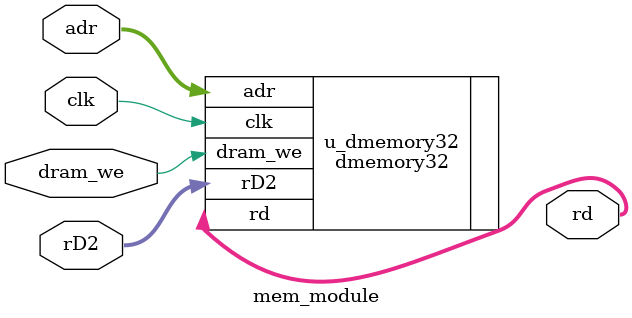
<source format=v>


module mem_module(
    input           clk,
    input   [31:0]  adr,     // À´Ô´ÓÚÖ´ÐÐµ¥Ôª¼ÆËã³öµÄ·Ã´æµØÖ·
    output  [31:0]  rd,         // ´Ó´æ´¢Æ÷ÖÐ»ñµÃµÄÊý¾Ý
    input           dram_we,    // À´×Ô¿ØÖÆµ¥ÔªµÄÐ´Ê¹ÄÜÐÅºÅ
    input   [31:0]  rD2   // rD2 (SÐÍÖ¸ÁîµÄrs2¼Ä´æÆ÷µÄÖµ)
    );
    
dmemory32 u_dmemory32(
    .clk    (clk),
    .adr      (adr),
    .rd   (rd),
    .dram_we     (dram_we),
    .rD2      (rD2)
);
endmodule

</source>
